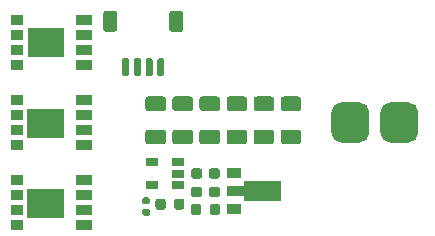
<source format=gbr>
%TF.GenerationSoftware,KiCad,Pcbnew,(5.1.6-0-10_14)*%
%TF.CreationDate,2021-03-16T08:34:44-04:00*%
%TF.ProjectId,F051_ESC,46303531-5f45-4534-932e-6b696361645f,rev?*%
%TF.SameCoordinates,Original*%
%TF.FileFunction,Paste,Top*%
%TF.FilePolarity,Positive*%
%FSLAX46Y46*%
G04 Gerber Fmt 4.6, Leading zero omitted, Abs format (unit mm)*
G04 Created by KiCad (PCBNEW (5.1.6-0-10_14)) date 2021-03-16 08:34:44*
%MOMM*%
%LPD*%
G01*
G04 APERTURE LIST*
%ADD10C,0.010000*%
%ADD11R,1.050000X0.850000*%
%ADD12R,1.450000X0.850000*%
%ADD13R,1.060000X0.650000*%
%ADD14C,0.100000*%
%ADD15R,1.300000X0.900000*%
G04 APERTURE END LIST*
D10*
%TO.C,Q6*%
G36*
X229440000Y-87986000D02*
G01*
X226460000Y-87986000D01*
X226460000Y-85614000D01*
X229440000Y-85614000D01*
X229440000Y-87986000D01*
G37*
X229440000Y-87986000D02*
X226460000Y-87986000D01*
X226460000Y-85614000D01*
X229440000Y-85614000D01*
X229440000Y-87986000D01*
%TO.C,Q4*%
G36*
X229440000Y-81186000D02*
G01*
X226460000Y-81186000D01*
X226460000Y-78814000D01*
X229440000Y-78814000D01*
X229440000Y-81186000D01*
G37*
X229440000Y-81186000D02*
X226460000Y-81186000D01*
X226460000Y-78814000D01*
X229440000Y-78814000D01*
X229440000Y-81186000D01*
%TO.C,Q2*%
G36*
X229480000Y-74386000D02*
G01*
X226500000Y-74386000D01*
X226500000Y-72014000D01*
X229480000Y-72014000D01*
X229480000Y-74386000D01*
G37*
X229480000Y-74386000D02*
X226500000Y-74386000D01*
X226500000Y-72014000D01*
X229480000Y-72014000D01*
X229480000Y-74386000D01*
%TD*%
D11*
%TO.C,Q6*%
X225550000Y-88705000D03*
X225550000Y-87435000D03*
X225550000Y-86165000D03*
X225550000Y-84895000D03*
D12*
X231250000Y-84895000D03*
X231250000Y-86165000D03*
X231250000Y-87435000D03*
X231250000Y-88705000D03*
%TD*%
%TO.C,J2*%
G36*
G01*
X234070000Y-70784600D02*
X234070000Y-72085400D01*
G75*
G02*
X233820400Y-72335000I-249600J0D01*
G01*
X233119600Y-72335000D01*
G75*
G02*
X232870000Y-72085400I0J249600D01*
G01*
X232870000Y-70784600D01*
G75*
G02*
X233119600Y-70535000I249600J0D01*
G01*
X233820400Y-70535000D01*
G75*
G02*
X234070000Y-70784600I0J-249600D01*
G01*
G37*
G36*
G01*
X239670000Y-70784600D02*
X239670000Y-72085400D01*
G75*
G02*
X239420400Y-72335000I-249600J0D01*
G01*
X238719600Y-72335000D01*
G75*
G02*
X238470000Y-72085400I0J249600D01*
G01*
X238470000Y-70784600D01*
G75*
G02*
X238719600Y-70535000I249600J0D01*
G01*
X239420400Y-70535000D01*
G75*
G02*
X239670000Y-70784600I0J-249600D01*
G01*
G37*
G36*
G01*
X235070000Y-74685000D02*
X235070000Y-75935000D01*
G75*
G02*
X234920000Y-76085000I-150000J0D01*
G01*
X234620000Y-76085000D01*
G75*
G02*
X234470000Y-75935000I0J150000D01*
G01*
X234470000Y-74685000D01*
G75*
G02*
X234620000Y-74535000I150000J0D01*
G01*
X234920000Y-74535000D01*
G75*
G02*
X235070000Y-74685000I0J-150000D01*
G01*
G37*
G36*
G01*
X236070000Y-74685000D02*
X236070000Y-75935000D01*
G75*
G02*
X235920000Y-76085000I-150000J0D01*
G01*
X235620000Y-76085000D01*
G75*
G02*
X235470000Y-75935000I0J150000D01*
G01*
X235470000Y-74685000D01*
G75*
G02*
X235620000Y-74535000I150000J0D01*
G01*
X235920000Y-74535000D01*
G75*
G02*
X236070000Y-74685000I0J-150000D01*
G01*
G37*
G36*
G01*
X237070000Y-74685000D02*
X237070000Y-75935000D01*
G75*
G02*
X236920000Y-76085000I-150000J0D01*
G01*
X236620000Y-76085000D01*
G75*
G02*
X236470000Y-75935000I0J150000D01*
G01*
X236470000Y-74685000D01*
G75*
G02*
X236620000Y-74535000I150000J0D01*
G01*
X236920000Y-74535000D01*
G75*
G02*
X237070000Y-74685000I0J-150000D01*
G01*
G37*
G36*
G01*
X238070000Y-74685000D02*
X238070000Y-75935000D01*
G75*
G02*
X237920000Y-76085000I-150000J0D01*
G01*
X237620000Y-76085000D01*
G75*
G02*
X237470000Y-75935000I0J150000D01*
G01*
X237470000Y-74685000D01*
G75*
G02*
X237620000Y-74535000I150000J0D01*
G01*
X237920000Y-74535000D01*
G75*
G02*
X238070000Y-74685000I0J-150000D01*
G01*
G37*
%TD*%
%TO.C,C20*%
G36*
G01*
X237955000Y-79045000D02*
X236705000Y-79045000D01*
G75*
G02*
X236455000Y-78795000I0J250000D01*
G01*
X236455000Y-78045000D01*
G75*
G02*
X236705000Y-77795000I250000J0D01*
G01*
X237955000Y-77795000D01*
G75*
G02*
X238205000Y-78045000I0J-250000D01*
G01*
X238205000Y-78795000D01*
G75*
G02*
X237955000Y-79045000I-250000J0D01*
G01*
G37*
G36*
G01*
X237955000Y-81845000D02*
X236705000Y-81845000D01*
G75*
G02*
X236455000Y-81595000I0J250000D01*
G01*
X236455000Y-80845000D01*
G75*
G02*
X236705000Y-80595000I250000J0D01*
G01*
X237955000Y-80595000D01*
G75*
G02*
X238205000Y-80845000I0J-250000D01*
G01*
X238205000Y-81595000D01*
G75*
G02*
X237955000Y-81845000I-250000J0D01*
G01*
G37*
%TD*%
D13*
%TO.C,U4*%
X237010000Y-85280000D03*
X237010000Y-83380000D03*
X239210000Y-83380000D03*
X239210000Y-84330000D03*
X239210000Y-85280000D03*
%TD*%
%TO.C,R1*%
G36*
G01*
X255405000Y-79100000D02*
X255405000Y-80900000D01*
G75*
G02*
X254605000Y-81700000I-800000J0D01*
G01*
X253005000Y-81700000D01*
G75*
G02*
X252205000Y-80900000I0J800000D01*
G01*
X252205000Y-79100000D01*
G75*
G02*
X253005000Y-78300000I800000J0D01*
G01*
X254605000Y-78300000D01*
G75*
G02*
X255405000Y-79100000I0J-800000D01*
G01*
G37*
G36*
G01*
X259555000Y-79100000D02*
X259555000Y-80900000D01*
G75*
G02*
X258755000Y-81700000I-800000J0D01*
G01*
X257155000Y-81700000D01*
G75*
G02*
X256355000Y-80900000I0J800000D01*
G01*
X256355000Y-79100000D01*
G75*
G02*
X257155000Y-78300000I800000J0D01*
G01*
X258755000Y-78300000D01*
G75*
G02*
X259555000Y-79100000I0J-800000D01*
G01*
G37*
%TD*%
D14*
%TO.C,U3*%
G36*
X247930000Y-86676500D02*
G01*
X244805000Y-86676500D01*
X244805000Y-86260000D01*
X243330000Y-86260000D01*
X243330000Y-85360000D01*
X244805000Y-85360000D01*
X244805000Y-84943500D01*
X247930000Y-84943500D01*
X247930000Y-86676500D01*
G37*
D15*
X243980000Y-87310000D03*
X243980000Y-84310000D03*
%TD*%
%TO.C,C5*%
G36*
G01*
X242043750Y-85450000D02*
X242556250Y-85450000D01*
G75*
G02*
X242775000Y-85668750I0J-218750D01*
G01*
X242775000Y-86106250D01*
G75*
G02*
X242556250Y-86325000I-218750J0D01*
G01*
X242043750Y-86325000D01*
G75*
G02*
X241825000Y-86106250I0J218750D01*
G01*
X241825000Y-85668750D01*
G75*
G02*
X242043750Y-85450000I218750J0D01*
G01*
G37*
G36*
G01*
X242043750Y-83875000D02*
X242556250Y-83875000D01*
G75*
G02*
X242775000Y-84093750I0J-218750D01*
G01*
X242775000Y-84531250D01*
G75*
G02*
X242556250Y-84750000I-218750J0D01*
G01*
X242043750Y-84750000D01*
G75*
G02*
X241825000Y-84531250I0J218750D01*
G01*
X241825000Y-84093750D01*
G75*
G02*
X242043750Y-83875000I218750J0D01*
G01*
G37*
%TD*%
%TO.C,C4*%
G36*
G01*
X241200000Y-87103750D02*
X241200000Y-87616250D01*
G75*
G02*
X240981250Y-87835000I-218750J0D01*
G01*
X240543750Y-87835000D01*
G75*
G02*
X240325000Y-87616250I0J218750D01*
G01*
X240325000Y-87103750D01*
G75*
G02*
X240543750Y-86885000I218750J0D01*
G01*
X240981250Y-86885000D01*
G75*
G02*
X241200000Y-87103750I0J-218750D01*
G01*
G37*
G36*
G01*
X242775000Y-87103750D02*
X242775000Y-87616250D01*
G75*
G02*
X242556250Y-87835000I-218750J0D01*
G01*
X242118750Y-87835000D01*
G75*
G02*
X241900000Y-87616250I0J218750D01*
G01*
X241900000Y-87103750D01*
G75*
G02*
X242118750Y-86885000I218750J0D01*
G01*
X242556250Y-86885000D01*
G75*
G02*
X242775000Y-87103750I0J-218750D01*
G01*
G37*
%TD*%
%TO.C,C24*%
G36*
G01*
X238880000Y-87166250D02*
X238880000Y-86653750D01*
G75*
G02*
X239098750Y-86435000I218750J0D01*
G01*
X239536250Y-86435000D01*
G75*
G02*
X239755000Y-86653750I0J-218750D01*
G01*
X239755000Y-87166250D01*
G75*
G02*
X239536250Y-87385000I-218750J0D01*
G01*
X239098750Y-87385000D01*
G75*
G02*
X238880000Y-87166250I0J218750D01*
G01*
G37*
G36*
G01*
X237305000Y-87166250D02*
X237305000Y-86653750D01*
G75*
G02*
X237523750Y-86435000I218750J0D01*
G01*
X237961250Y-86435000D01*
G75*
G02*
X238180000Y-86653750I0J-218750D01*
G01*
X238180000Y-87166250D01*
G75*
G02*
X237961250Y-87385000I-218750J0D01*
G01*
X237523750Y-87385000D01*
G75*
G02*
X237305000Y-87166250I0J218750D01*
G01*
G37*
%TD*%
%TO.C,C23*%
G36*
G01*
X236702500Y-86920000D02*
X236357500Y-86920000D01*
G75*
G02*
X236210000Y-86772500I0J147500D01*
G01*
X236210000Y-86477500D01*
G75*
G02*
X236357500Y-86330000I147500J0D01*
G01*
X236702500Y-86330000D01*
G75*
G02*
X236850000Y-86477500I0J-147500D01*
G01*
X236850000Y-86772500D01*
G75*
G02*
X236702500Y-86920000I-147500J0D01*
G01*
G37*
G36*
G01*
X236702500Y-87890000D02*
X236357500Y-87890000D01*
G75*
G02*
X236210000Y-87742500I0J147500D01*
G01*
X236210000Y-87447500D01*
G75*
G02*
X236357500Y-87300000I147500J0D01*
G01*
X236702500Y-87300000D01*
G75*
G02*
X236850000Y-87447500I0J-147500D01*
G01*
X236850000Y-87742500D01*
G75*
G02*
X236702500Y-87890000I-147500J0D01*
G01*
G37*
%TD*%
%TO.C,C22*%
G36*
G01*
X240533750Y-85450000D02*
X241046250Y-85450000D01*
G75*
G02*
X241265000Y-85668750I0J-218750D01*
G01*
X241265000Y-86106250D01*
G75*
G02*
X241046250Y-86325000I-218750J0D01*
G01*
X240533750Y-86325000D01*
G75*
G02*
X240315000Y-86106250I0J218750D01*
G01*
X240315000Y-85668750D01*
G75*
G02*
X240533750Y-85450000I218750J0D01*
G01*
G37*
G36*
G01*
X240533750Y-83875000D02*
X241046250Y-83875000D01*
G75*
G02*
X241265000Y-84093750I0J-218750D01*
G01*
X241265000Y-84531250D01*
G75*
G02*
X241046250Y-84750000I-218750J0D01*
G01*
X240533750Y-84750000D01*
G75*
G02*
X240315000Y-84531250I0J218750D01*
G01*
X240315000Y-84093750D01*
G75*
G02*
X240533750Y-83875000I218750J0D01*
G01*
G37*
%TD*%
%TO.C,C21*%
G36*
G01*
X249405000Y-79045000D02*
X248155000Y-79045000D01*
G75*
G02*
X247905000Y-78795000I0J250000D01*
G01*
X247905000Y-78045000D01*
G75*
G02*
X248155000Y-77795000I250000J0D01*
G01*
X249405000Y-77795000D01*
G75*
G02*
X249655000Y-78045000I0J-250000D01*
G01*
X249655000Y-78795000D01*
G75*
G02*
X249405000Y-79045000I-250000J0D01*
G01*
G37*
G36*
G01*
X249405000Y-81845000D02*
X248155000Y-81845000D01*
G75*
G02*
X247905000Y-81595000I0J250000D01*
G01*
X247905000Y-80845000D01*
G75*
G02*
X248155000Y-80595000I250000J0D01*
G01*
X249405000Y-80595000D01*
G75*
G02*
X249655000Y-80845000I0J-250000D01*
G01*
X249655000Y-81595000D01*
G75*
G02*
X249405000Y-81845000I-250000J0D01*
G01*
G37*
%TD*%
%TO.C,C19*%
G36*
G01*
X247115000Y-79045000D02*
X245865000Y-79045000D01*
G75*
G02*
X245615000Y-78795000I0J250000D01*
G01*
X245615000Y-78045000D01*
G75*
G02*
X245865000Y-77795000I250000J0D01*
G01*
X247115000Y-77795000D01*
G75*
G02*
X247365000Y-78045000I0J-250000D01*
G01*
X247365000Y-78795000D01*
G75*
G02*
X247115000Y-79045000I-250000J0D01*
G01*
G37*
G36*
G01*
X247115000Y-81845000D02*
X245865000Y-81845000D01*
G75*
G02*
X245615000Y-81595000I0J250000D01*
G01*
X245615000Y-80845000D01*
G75*
G02*
X245865000Y-80595000I250000J0D01*
G01*
X247115000Y-80595000D01*
G75*
G02*
X247365000Y-80845000I0J-250000D01*
G01*
X247365000Y-81595000D01*
G75*
G02*
X247115000Y-81845000I-250000J0D01*
G01*
G37*
%TD*%
%TO.C,C18*%
G36*
G01*
X240245000Y-79045000D02*
X238995000Y-79045000D01*
G75*
G02*
X238745000Y-78795000I0J250000D01*
G01*
X238745000Y-78045000D01*
G75*
G02*
X238995000Y-77795000I250000J0D01*
G01*
X240245000Y-77795000D01*
G75*
G02*
X240495000Y-78045000I0J-250000D01*
G01*
X240495000Y-78795000D01*
G75*
G02*
X240245000Y-79045000I-250000J0D01*
G01*
G37*
G36*
G01*
X240245000Y-81845000D02*
X238995000Y-81845000D01*
G75*
G02*
X238745000Y-81595000I0J250000D01*
G01*
X238745000Y-80845000D01*
G75*
G02*
X238995000Y-80595000I250000J0D01*
G01*
X240245000Y-80595000D01*
G75*
G02*
X240495000Y-80845000I0J-250000D01*
G01*
X240495000Y-81595000D01*
G75*
G02*
X240245000Y-81845000I-250000J0D01*
G01*
G37*
%TD*%
%TO.C,C17*%
G36*
G01*
X244825000Y-79045000D02*
X243575000Y-79045000D01*
G75*
G02*
X243325000Y-78795000I0J250000D01*
G01*
X243325000Y-78045000D01*
G75*
G02*
X243575000Y-77795000I250000J0D01*
G01*
X244825000Y-77795000D01*
G75*
G02*
X245075000Y-78045000I0J-250000D01*
G01*
X245075000Y-78795000D01*
G75*
G02*
X244825000Y-79045000I-250000J0D01*
G01*
G37*
G36*
G01*
X244825000Y-81845000D02*
X243575000Y-81845000D01*
G75*
G02*
X243325000Y-81595000I0J250000D01*
G01*
X243325000Y-80845000D01*
G75*
G02*
X243575000Y-80595000I250000J0D01*
G01*
X244825000Y-80595000D01*
G75*
G02*
X245075000Y-80845000I0J-250000D01*
G01*
X245075000Y-81595000D01*
G75*
G02*
X244825000Y-81845000I-250000J0D01*
G01*
G37*
%TD*%
%TO.C,C16*%
G36*
G01*
X242535000Y-79045000D02*
X241285000Y-79045000D01*
G75*
G02*
X241035000Y-78795000I0J250000D01*
G01*
X241035000Y-78045000D01*
G75*
G02*
X241285000Y-77795000I250000J0D01*
G01*
X242535000Y-77795000D01*
G75*
G02*
X242785000Y-78045000I0J-250000D01*
G01*
X242785000Y-78795000D01*
G75*
G02*
X242535000Y-79045000I-250000J0D01*
G01*
G37*
G36*
G01*
X242535000Y-81845000D02*
X241285000Y-81845000D01*
G75*
G02*
X241035000Y-81595000I0J250000D01*
G01*
X241035000Y-80845000D01*
G75*
G02*
X241285000Y-80595000I250000J0D01*
G01*
X242535000Y-80595000D01*
G75*
G02*
X242785000Y-80845000I0J-250000D01*
G01*
X242785000Y-81595000D01*
G75*
G02*
X242535000Y-81845000I-250000J0D01*
G01*
G37*
%TD*%
D11*
%TO.C,Q4*%
X225550000Y-81905000D03*
X225550000Y-80635000D03*
X225550000Y-79365000D03*
X225550000Y-78095000D03*
D12*
X231250000Y-78095000D03*
X231250000Y-79365000D03*
X231250000Y-80635000D03*
X231250000Y-81905000D03*
%TD*%
D11*
%TO.C,Q2*%
X225590000Y-75105000D03*
X225590000Y-73835000D03*
X225590000Y-72565000D03*
X225590000Y-71295000D03*
D12*
X231290000Y-71295000D03*
X231290000Y-72565000D03*
X231290000Y-73835000D03*
X231290000Y-75105000D03*
%TD*%
M02*

</source>
